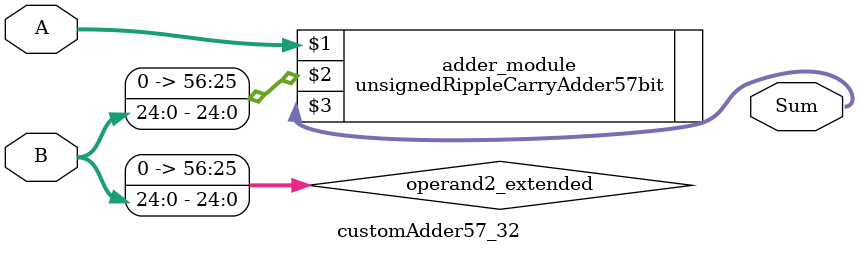
<source format=v>
module customAdder57_32(
                        input [56 : 0] A,
                        input [24 : 0] B,
                        
                        output [57 : 0] Sum
                );

        wire [56 : 0] operand2_extended;
        
        assign operand2_extended =  {32'b0, B};
        
        unsignedRippleCarryAdder57bit adder_module(
            A,
            operand2_extended,
            Sum
        );
        
        endmodule
        
</source>
